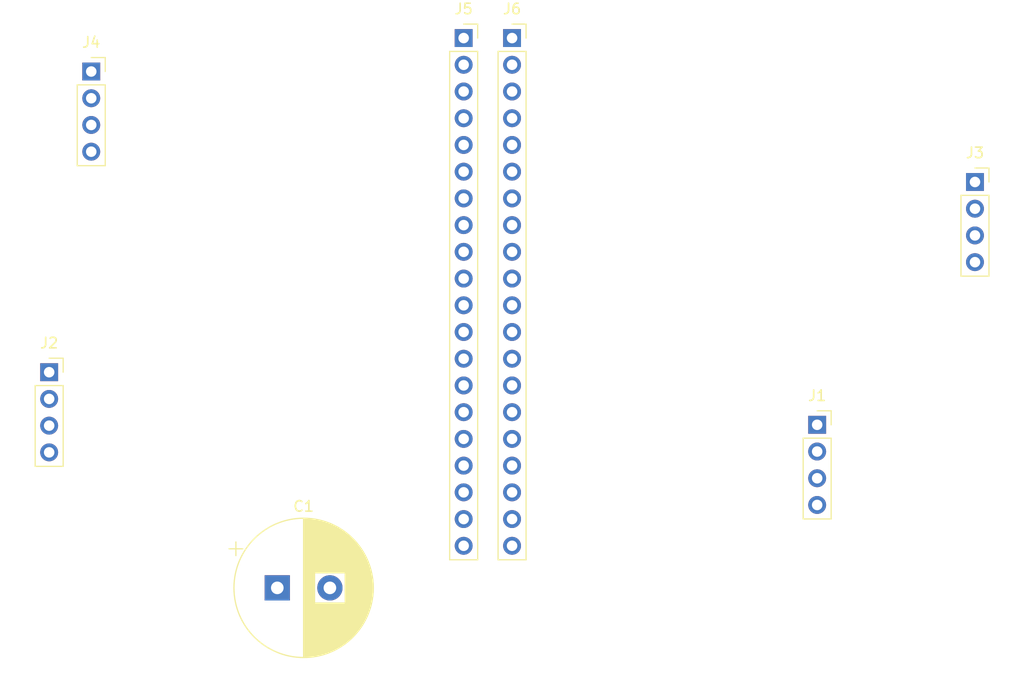
<source format=kicad_pcb>
(kicad_pcb (version 20240108) (generator "pcbnew") (generator_version "8.0")
  (layers (0 "F.Cu" signal) (31 "B.Cu" signal) (34 "B.Paste" user) (35 "F.Paste" user) (36 "B.SilkS" user "B.Silkscreen") (37 "F.SilkS" user "F.Silkscreen") (38 "B.Mask" user) (39 "F.Mask" user) (44 "Edge.Cuts" user))
  (net 0 "")
  (net 1 "+3.3V")
  (net 2 "GND")
  (net 3 "Net-(J1-Pin_2)")
  (net 4 "Net-(J1-Pin_3)")
  (net 5 "VDD")
  (net 6 "Net-(J2-Pin_2)")
  (net 7 "Net-(J3-Pin_2)")
  (net 8 "Net-(J4-Pin_2)")
  (footprint "Connector_PinSocket_2.54mm:PinSocket_1x20_P2.54mm_Vertical" (layer "F.Cu") (at 94.4 115.74)
    (property "Reference" "J5" (at 0 -2.77 0) (layer "F.SilkS"))
    (property "Value" "Conn_01x20")
    (fp_line (start -1.33 1.27) (end -1.33 49.59) (stroke (width 0.12)) (layer "F.SilkS"))
    (fp_line (start -1.33 1.27) (end 1.33 1.27) (stroke (width 0.12)) (layer "F.SilkS"))
    (fp_line (start -1.33 49.59) (end 1.33 49.59) (stroke (width 0.12)) (layer "F.SilkS"))
    (fp_line (start 0 -1.33) (end 1.33 -1.33) (stroke (width 0.12)) (layer "F.SilkS"))
    (fp_line (start 1.33 -1.33) (end 1.33 0) (stroke (width 0.12)) (layer "F.SilkS"))
    (fp_line (start 1.33 1.27) (end 1.33 49.59) (stroke (width 0.12)) (layer "F.SilkS"))
    (pad "1" thru_hole rect (at 0 0) (size 1.7 1.7) (drill 1) (layers "*.Cu" "*.Mask") (net 2 "GND"))
    (pad "2" thru_hole oval (at 0 2.54) (size 1.7 1.7) (drill 1) (layers "*.Cu" "*.Mask"))
    (pad "3" thru_hole oval (at 0 5.08) (size 1.7 1.7) (drill 1) (layers "*.Cu" "*.Mask"))
    (pad "4" thru_hole oval (at 0 7.62) (size 1.7 1.7) (drill 1) (layers "*.Cu" "*.Mask"))
    (pad "5" thru_hole oval (at 0 10.16) (size 1.7 1.7) (drill 1) (layers "*.Cu" "*.Mask"))
    (pad "6" thru_hole oval (at 0 12.7) (size 1.7 1.7) (drill 1) (layers "*.Cu" "*.Mask"))
    (pad "7" thru_hole oval (at 0 15.24) (size 1.7 1.7) (drill 1) (layers "*.Cu" "*.Mask"))
    (pad "8" thru_hole oval (at 0 17.78) (size 1.7 1.7) (drill 1) (layers "*.Cu" "*.Mask"))
    (pad "9" thru_hole oval (at 0 20.32) (size 1.7 1.7) (drill 1) (layers "*.Cu" "*.Mask"))
    (pad "10" thru_hole oval (at 0 22.86) (size 1.7 1.7) (drill 1) (layers "*.Cu" "*.Mask") (net 4 "Net-(J1-Pin_3)"))
    (pad "11" thru_hole oval (at 0 25.4) (size 1.7 1.7) (drill 1) (layers "*.Cu" "*.Mask") (net 7 "Net-(J3-Pin_2)"))
    (pad "12" thru_hole oval (at 0 27.94) (size 1.7 1.7) (drill 1) (layers "*.Cu" "*.Mask"))
    (pad "13" thru_hole oval (at 0 30.48) (size 1.7 1.7) (drill 1) (layers "*.Cu" "*.Mask"))
    (pad "14" thru_hole oval (at 0 33.02) (size 1.7 1.7) (drill 1) (layers "*.Cu" "*.Mask"))
    (pad "15" thru_hole oval (at 0 35.56) (size 1.7 1.7) (drill 1) (layers "*.Cu" "*.Mask"))
    (pad "16" thru_hole oval (at 0 38.1) (size 1.7 1.7) (drill 1) (layers "*.Cu" "*.Mask"))
    (pad "17" thru_hole oval (at 0 40.64) (size 1.7 1.7) (drill 1) (layers "*.Cu" "*.Mask"))
    (pad "18" thru_hole oval (at 0 43.18) (size 1.7 1.7) (drill 1) (layers "*.Cu" "*.Mask"))
    (pad "19" thru_hole oval (at 0 45.72) (size 1.7 1.7) (drill 1) (layers "*.Cu" "*.Mask") (net 1 "+3.3V"))
    (pad "20" thru_hole oval (at 0 48.26) (size 1.7 1.7) (drill 1) (layers "*.Cu" "*.Mask"))
  )
  (footprint "Connector_PinSocket_2.54mm:PinSocket_1x04_P2.54mm_Vertical" (layer "F.Cu") (at 143 129.42)
    (property "Reference" "J3" (at 0 -2.77 0) (layer "F.SilkS"))
    (property "Value" "Conn_01x04")
    (fp_line (start -1.33 1.27) (end -1.33 8.95) (stroke (width 0.12)) (layer "F.SilkS"))
    (fp_line (start -1.33 1.27) (end 1.33 1.27) (stroke (width 0.12)) (layer "F.SilkS"))
    (fp_line (start -1.33 8.95) (end 1.33 8.95) (stroke (width 0.12)) (layer "F.SilkS"))
    (fp_line (start 0 -1.33) (end 1.33 -1.33) (stroke (width 0.12)) (layer "F.SilkS"))
    (fp_line (start 1.33 -1.33) (end 1.33 0) (stroke (width 0.12)) (layer "F.SilkS"))
    (fp_line (start 1.33 1.27) (end 1.33 8.95) (stroke (width 0.12)) (layer "F.SilkS"))
    (pad "1" thru_hole rect (at 0 0) (size 1.7 1.7) (drill 1) (layers "*.Cu" "*.Mask") (net 2 "GND"))
    (pad "2" thru_hole oval (at 0 2.54) (size 1.7 1.7) (drill 1) (layers "*.Cu" "*.Mask") (net 7 "Net-(J3-Pin_2)"))
    (pad "3" thru_hole oval (at 0 5.08) (size 1.7 1.7) (drill 1) (layers "*.Cu" "*.Mask") (net 4 "Net-(J1-Pin_3)"))
    (pad "4" thru_hole oval (at 0 7.62) (size 1.7 1.7) (drill 1) (layers "*.Cu" "*.Mask") (net 5 "VDD"))
  )
  (footprint "Capacitor_THT:CP_Radial_D13.0mm_P5.00mm" (layer "F.Cu") (at 76.684785 168)
    (property "Reference" "C1" (at 2.5 -7.75 0) (layer "F.SilkS"))
    (property "Value" "C")
    (fp_line (start -4.584569 -3.715) (end -3.284569 -3.715) (stroke (width 0.12)) (layer "F.SilkS"))
    (fp_line (start -3.934569 -4.365) (end -3.934569 -3.065) (stroke (width 0.12)) (layer "F.SilkS"))
    (fp_line (start 2.5 -6.58) (end 2.5 6.58) (stroke (width 0.12)) (layer "F.SilkS"))
    (fp_line (start 2.54 -6.58) (end 2.54 6.58) (stroke (width 0.12)) (layer "F.SilkS"))
    (fp_line (start 2.58 -6.58) (end 2.58 6.58) (stroke (width 0.12)) (layer "F.SilkS"))
    (fp_line (start 2.62 -6.579) (end 2.62 6.579) (stroke (width 0.12)) (layer "F.SilkS"))
    (fp_line (start 2.66 -6.579) (end 2.66 6.579) (stroke (width 0.12)) (layer "F.SilkS"))
    (fp_line (start 2.7 -6.577) (end 2.7 6.577) (stroke (width 0.12)) (layer "F.SilkS"))
    (fp_line (start 2.74 -6.576) (end 2.74 6.576) (stroke (width 0.12)) (layer "F.SilkS"))
    (fp_line (start 2.78 -6.575) (end 2.78 6.575) (stroke (width 0.12)) (layer "F.SilkS"))
    (fp_line (start 2.82 -6.573) (end 2.82 6.573) (stroke (width 0.12)) (layer "F.SilkS"))
    (fp_line (start 2.86 -6.571) (end 2.86 6.571) (stroke (width 0.12)) (layer "F.SilkS"))
    (fp_line (start 2.9 -6.568) (end 2.9 6.568) (stroke (width 0.12)) (layer "F.SilkS"))
    (fp_line (start 2.94 -6.566) (end 2.94 6.566) (stroke (width 0.12)) (layer "F.SilkS"))
    (fp_line (start 2.98 -6.563) (end 2.98 6.563) (stroke (width 0.12)) (layer "F.SilkS"))
    (fp_line (start 3.02 -6.56) (end 3.02 6.56) (stroke (width 0.12)) (layer "F.SilkS"))
    (fp_line (start 3.06 -6.557) (end 3.06 6.557) (stroke (width 0.12)) (layer "F.SilkS"))
    (fp_line (start 3.1 -6.553) (end 3.1 6.553) (stroke (width 0.12)) (layer "F.SilkS"))
    (fp_line (start 3.14 -6.549) (end 3.14 6.549) (stroke (width 0.12)) (layer "F.SilkS"))
    (fp_line (start 3.18 -6.545) (end 3.18 6.545) (stroke (width 0.12)) (layer "F.SilkS"))
    (fp_line (start 3.221 -6.541) (end 3.221 6.541) (stroke (width 0.12)) (layer "F.SilkS"))
    (fp_line (start 3.261 -6.537) (end 3.261 6.537) (stroke (width 0.12)) (layer "F.SilkS"))
    (fp_line (start 3.301 -6.532) (end 3.301 6.532) (stroke (width 0.12)) (layer "F.SilkS"))
    (fp_line (start 3.341 -6.527) (end 3.341 6.527) (stroke (width 0.12)) (layer "F.SilkS"))
    (fp_line (start 3.381 -6.522) (end 3.381 6.522) (stroke (width 0.12)) (layer "F.SilkS"))
    (fp_line (start 3.421 -6.516) (end 3.421 6.516) (stroke (width 0.12)) (layer "F.SilkS"))
    (fp_line (start 3.461 -6.511) (end 3.461 6.511) (stroke (width 0.12)) (layer "F.SilkS"))
    (fp_line (start 3.501 -6.505) (end 3.501 6.505) (stroke (width 0.12)) (layer "F.SilkS"))
    (fp_line (start 3.541 -6.498) (end 3.541 6.498) (stroke (width 0.12)) (layer "F.SilkS"))
    (fp_line (start 3.581 -6.492) (end 3.581 -1.44) (stroke (width 0.12)) (layer "F.SilkS"))
    (fp_line (start 3.581 1.44) (end 3.581 6.492) (stroke (width 0.12)) (layer "F.SilkS"))
    (fp_line (start 3.621 -6.485) (end 3.621 -1.44) (stroke (width 0.12)) (layer "F.SilkS"))
    (fp_line (start 3.621 1.44) (end 3.621 6.485) (stroke (width 0.12)) (layer "F.SilkS"))
    (fp_line (start 3.661 -6.478) (end 3.661 -1.44) (stroke (width 0.12)) (layer "F.SilkS"))
    (fp_line (start 3.661 1.44) (end 3.661 6.478) (stroke (width 0.12)) (layer "F.SilkS"))
    (fp_line (start 3.701 -6.471) (end 3.701 -1.44) (stroke (width 0.12)) (layer "F.SilkS"))
    (fp_line (start 3.701 1.44) (end 3.701 6.471) (stroke (width 0.12)) (layer "F.SilkS"))
    (fp_line (start 3.741 -6.463) (end 3.741 -1.44) (stroke (width 0.12)) (layer "F.SilkS"))
    (fp_line (start 3.741 1.44) (end 3.741 6.463) (stroke (width 0.12)) (layer "F.SilkS"))
    (fp_line (start 3.781 -6.456) (end 3.781 -1.44) (stroke (width 0.12)) (layer "F.SilkS"))
    (fp_line (start 3.781 1.44) (end 3.781 6.456) (stroke (width 0.12)) (layer "F.SilkS"))
    (fp_line (start 3.821 -6.448) (end 3.821 -1.44) (stroke (width 0.12)) (layer "F.SilkS"))
    (fp_line (start 3.821 1.44) (end 3.821 6.448) (stroke (width 0.12)) (layer "F.SilkS"))
    (fp_line (start 3.861 -6.439) (end 3.861 -1.44) (stroke (width 0.12)) (layer "F.SilkS"))
    (fp_line (start 3.861 1.44) (end 3.861 6.439) (stroke (width 0.12)) (layer "F.SilkS"))
    (fp_line (start 3.901 -6.431) (end 3.901 -1.44) (stroke (width 0.12)) (layer "F.SilkS"))
    (fp_line (start 3.901 1.44) (end 3.901 6.431) (stroke (width 0.12)) (layer "F.SilkS"))
    (fp_line (start 3.941 -6.422) (end 3.941 -1.44) (stroke (width 0.12)) (layer "F.SilkS"))
    (fp_line (start 3.941 1.44) (end 3.941 6.422) (stroke (width 0.12)) (layer "F.SilkS"))
    (fp_line (start 3.981 -6.413) (end 3.981 -1.44) (stroke (width 0.12)) (layer "F.SilkS"))
    (fp_line (start 3.981 1.44) (end 3.981 6.413) (stroke (width 0.12)) (layer "F.SilkS"))
    (fp_line (start 4.021 -6.404) (end 4.021 -1.44) (stroke (width 0.12)) (layer "F.SilkS"))
    (fp_line (start 4.021 1.44) (end 4.021 6.404) (stroke (width 0.12)) (layer "F.SilkS"))
    (fp_line (start 4.061 -6.394) (end 4.061 -1.44) (stroke (width 0.12)) (layer "F.SilkS"))
    (fp_line (start 4.061 1.44) (end 4.061 6.394) (stroke (width 0.12)) (layer "F.SilkS"))
    (fp_line (start 4.101 -6.384) (end 4.101 -1.44) (stroke (width 0.12)) (layer "F.SilkS"))
    (fp_line (start 4.101 1.44) (end 4.101 6.384) (stroke (width 0.12)) (layer "F.SilkS"))
    (fp_line (start 4.141 -6.374) (end 4.141 -1.44) (stroke (width 0.12)) (layer "F.SilkS"))
    (fp_line (start 4.141 1.44) (end 4.141 6.374) (stroke (width 0.12)) (layer "F.SilkS"))
    (fp_line (start 4.181 -6.364) (end 4.181 -1.44) (stroke (width 0.12)) (layer "F.SilkS"))
    (fp_line (start 4.181 1.44) (end 4.181 6.364) (stroke (width 0.12)) (layer "F.SilkS"))
    (fp_line (start 4.221 -6.353) (end 4.221 -1.44) (stroke (width 0.12)) (layer "F.SilkS"))
    (fp_line (start 4.221 1.44) (end 4.221 6.353) (stroke (width 0.12)) (layer "F.SilkS"))
    (fp_line (start 4.261 -6.342) (end 4.261 -1.44) (stroke (width 0.12)) (layer "F.SilkS"))
    (fp_line (start 4.261 1.44) (end 4.261 6.342) (stroke (width 0.12)) (layer "F.SilkS"))
    (fp_line (start 4.301 -6.331) (end 4.301 -1.44) (stroke (width 0.12)) (layer "F.SilkS"))
    (fp_line (start 4.301 1.44) (end 4.301 6.331) (stroke (width 0.12)) (layer "F.SilkS"))
    (fp_line (start 4.341 -6.32) (end 4.341 -1.44) (stroke (width 0.12)) (layer "F.SilkS"))
    (fp_line (start 4.341 1.44) (end 4.341 6.32) (stroke (width 0.12)) (layer "F.SilkS"))
    (fp_line (start 4.381 -6.308) (end 4.381 -1.44) (stroke (width 0.12)) (layer "F.SilkS"))
    (fp_line (start 4.381 1.44) (end 4.381 6.308) (stroke (width 0.12)) (layer "F.SilkS"))
    (fp_line (start 4.421 -6.296) (end 4.421 -1.44) (stroke (width 0.12)) (layer "F.SilkS"))
    (fp_line (start 4.421 1.44) (end 4.421 6.296) (stroke (width 0.12)) (layer "F.SilkS"))
    (fp_line (start 4.461 -6.284) (end 4.461 -1.44) (stroke (width 0.12)) (layer "F.SilkS"))
    (fp_line (start 4.461 1.44) (end 4.461 6.284) (stroke (width 0.12)) (layer "F.SilkS"))
    (fp_line (start 4.501 -6.271) (end 4.501 -1.44) (stroke (width 0.12)) (layer "F.SilkS"))
    (fp_line (start 4.501 1.44) (end 4.501 6.271) (stroke (width 0.12)) (layer "F.SilkS"))
    (fp_line (start 4.541 -6.258) (end 4.541 -1.44) (stroke (width 0.12)) (layer "F.SilkS"))
    (fp_line (start 4.541 1.44) (end 4.541 6.258) (stroke (width 0.12)) (layer "F.SilkS"))
    (fp_line (start 4.581 -6.245) (end 4.581 -1.44) (stroke (width 0.12)) (layer "F.SilkS"))
    (fp_line (start 4.581 1.44) (end 4.581 6.245) (stroke (width 0.12)) (layer "F.SilkS"))
    (fp_line (start 4.621 -6.232) (end 4.621 -1.44) (stroke (width 0.12)) (layer "F.SilkS"))
    (fp_line (start 4.621 1.44) (end 4.621 6.232) (stroke (width 0.12)) (layer "F.SilkS"))
    (fp_line (start 4.661 -6.218) (end 4.661 -1.44) (stroke (width 0.12)) (layer "F.SilkS"))
    (fp_line (start 4.661 1.44) (end 4.661 6.218) (stroke (width 0.12)) (layer "F.SilkS"))
    (fp_line (start 4.701 -6.204) (end 4.701 -1.44) (stroke (width 0.12)) (layer "F.SilkS"))
    (fp_line (start 4.701 1.44) (end 4.701 6.204) (stroke (width 0.12)) (layer "F.SilkS"))
    (fp_line (start 4.741 -6.19) (end 4.741 -1.44) (stroke (width 0.12)) (layer "F.SilkS"))
    (fp_line (start 4.741 1.44) (end 4.741 6.19) (stroke (width 0.12)) (layer "F.SilkS"))
    (fp_line (start 4.781 -6.175) (end 4.781 -1.44) (stroke (width 0.12)) (layer "F.SilkS"))
    (fp_line (start 4.781 1.44) (end 4.781 6.175) (stroke (width 0.12)) (layer "F.SilkS"))
    (fp_line (start 4.821 -6.161) (end 4.821 -1.44) (stroke (width 0.12)) (layer "F.SilkS"))
    (fp_line (start 4.821 1.44) (end 4.821 6.161) (stroke (width 0.12)) (layer "F.SilkS"))
    (fp_line (start 4.861 -6.146) (end 4.861 -1.44) (stroke (width 0.12)) (layer "F.SilkS"))
    (fp_line (start 4.861 1.44) (end 4.861 6.146) (stroke (width 0.12)) (layer "F.SilkS"))
    (fp_line (start 4.901 -6.13) (end 4.901 -1.44) (stroke (width 0.12)) (layer "F.SilkS"))
    (fp_line (start 4.901 1.44) (end 4.901 6.13) (stroke (width 0.12)) (layer "F.SilkS"))
    (fp_line (start 4.941 -6.114) (end 4.941 -1.44) (stroke (width 0.12)) (layer "F.SilkS"))
    (fp_line (start 4.941 1.44) (end 4.941 6.114) (stroke (width 0.12)) (layer "F.SilkS"))
    (fp_line (start 4.981 -6.098) (end 4.981 -1.44) (stroke (width 0.12)) (layer "F.SilkS"))
    (fp_line (start 4.981 1.44) (end 4.981 6.098) (stroke (width 0.12)) (layer "F.SilkS"))
    (fp_line (start 5.021 -6.082) (end 5.021 -1.44) (stroke (width 0.12)) (layer "F.SilkS"))
    (fp_line (start 5.021 1.44) (end 5.021 6.082) (stroke (width 0.12)) (layer "F.SilkS"))
    (fp_line (start 5.061 -6.065) (end 5.061 -1.44) (stroke (width 0.12)) (layer "F.SilkS"))
    (fp_line (start 5.061 1.44) (end 5.061 6.065) (stroke (width 0.12)) (layer "F.SilkS"))
    (fp_line (start 5.101 -6.049) (end 5.101 -1.44) (stroke (width 0.12)) (layer "F.SilkS"))
    (fp_line (start 5.101 1.44) (end 5.101 6.049) (stroke (width 0.12)) (layer "F.SilkS"))
    (fp_line (start 5.141 -6.031) (end 5.141 -1.44) (stroke (width 0.12)) (layer "F.SilkS"))
    (fp_line (start 5.141 1.44) (end 5.141 6.031) (stroke (width 0.12)) (layer "F.SilkS"))
    (fp_line (start 5.181 -6.014) (end 5.181 -1.44) (stroke (width 0.12)) (layer "F.SilkS"))
    (fp_line (start 5.181 1.44) (end 5.181 6.014) (stroke (width 0.12)) (layer "F.SilkS"))
    (fp_line (start 5.221 -5.996) (end 5.221 -1.44) (stroke (width 0.12)) (layer "F.SilkS"))
    (fp_line (start 5.221 1.44) (end 5.221 5.996) (stroke (width 0.12)) (layer "F.SilkS"))
    (fp_line (start 5.261 -5.978) (end 5.261 -1.44) (stroke (width 0.12)) (layer "F.SilkS"))
    (fp_line (start 5.261 1.44) (end 5.261 5.978) (stroke (width 0.12)) (layer "F.SilkS"))
    (fp_line (start 5.301 -5.959) (end 5.301 -1.44) (stroke (width 0.12)) (layer "F.SilkS"))
    (fp_line (start 5.301 1.44) (end 5.301 5.959) (stroke (width 0.12)) (layer "F.SilkS"))
    (fp_line (start 5.341 -5.94) (end 5.341 -1.44) (stroke (width 0.12)) (layer "F.SilkS"))
    (fp_line (start 5.341 1.44) (end 5.341 5.94) (stroke (width 0.12)) (layer "F.SilkS"))
    (fp_line (start 5.381 -5.921) (end 5.381 -1.44) (stroke (width 0.12)) (layer "F.SilkS"))
    (fp_line (start 5.381 1.44) (end 5.381 5.921) (stroke (width 0.12)) (layer "F.SilkS"))
    (fp_line (start 5.421 -5.902) (end 5.421 -1.44) (stroke (width 0.12)) (layer "F.SilkS"))
    (fp_line (start 5.421 1.44) (end 5.421 5.902) (stroke (width 0.12)) (layer "F.SilkS"))
    (fp_line (start 5.461 -5.882) (end 5.461 -1.44) (stroke (width 0.12)) (layer "F.SilkS"))
    (fp_line (start 5.461 1.44) (end 5.461 5.882) (stroke (width 0.12)) (layer "F.SilkS"))
    (fp_line (start 5.501 -5.862) (end 5.501 -1.44) (stroke (width 0.12)) (layer "F.SilkS"))
    (fp_line (start 5.501 1.44) (end 5.501 5.862) (stroke (width 0.12)) (layer "F.SilkS"))
    (fp_line (start 5.541 -5.841) (end 5.541 -1.44) (stroke (width 0.12)) (layer "F.SilkS"))
    (fp_line (start 5.541 1.44) (end 5.541 5.841) (stroke (width 0.12)) (layer "F.SilkS"))
    (fp_line (start 5.581 -5.82) (end 5.581 -1.44) (stroke (width 0.12)) (layer "F.SilkS"))
    (fp_line (start 5.581 1.44) (end 5.581 5.82) (stroke (width 0.12)) (layer "F.SilkS"))
    (fp_line (start 5.621 -5.799) (end 5.621 -1.44) (stroke (width 0.12)) (layer "F.SilkS"))
    (fp_line (start 5.621 1.44) (end 5.621 5.799) (stroke (width 0.12)) (layer "F.SilkS"))
    (fp_line (start 5.661 -5.778) (end 5.661 -1.44) (stroke (width 0.12)) (layer "F.SilkS"))
    (fp_line (start 5.661 1.44) (end 5.661 5.778) (stroke (width 0.12)) (layer "F.SilkS"))
    (fp_line (start 5.701 -5.756) (end 5.701 -1.44) (stroke (width 0.12)) (layer "F.SilkS"))
    (fp_line (start 5.701 1.44) (end 5.701 5.756) (stroke (width 0.12)) (layer "F.SilkS"))
    (fp_line (start 5.741 -5.733) (end 5.741 -1.44) (stroke (width 0.12)) (layer "F.SilkS"))
    (fp_line (start 5.741 1.44) (end 5.741 5.733) (stroke (width 0.12)) (layer "F.SilkS"))
    (fp_line (start 5.781 -5.711) (end 5.781 -1.44) (stroke (width 0.12)) (layer "F.SilkS"))
    (fp_line (start 5.781 1.44) (end 5.781 5.711) (stroke (width 0.12)) (layer "F.SilkS"))
    (fp_line (start 5.821 -5.688) (end 5.821 -1.44) (stroke (width 0.12)) (layer "F.SilkS"))
    (fp_line (start 5.821 1.44) (end 5.821 5.688) (stroke (width 0.12)) (layer "F.SilkS"))
    (fp_line (start 5.861 -5.664) (end 5.861 -1.44) (stroke (width 0.12)) (layer "F.SilkS"))
    (fp_line (start 5.861 1.44) (end 5.861 5.664) (stroke (width 0.12)) (layer "F.SilkS"))
    (fp_line (start 5.901 -5.641) (end 5.901 -1.44) (stroke (width 0.12)) (layer "F.SilkS"))
    (fp_line (start 5.901 1.44) (end 5.901 5.641) (stroke (width 0.12)) (layer "F.SilkS"))
    (fp_line (start 5.941 -5.617) (end 5.941 -1.44) (stroke (width 0.12)) (layer "F.SilkS"))
    (fp_line (start 5.941 1.44) (end 5.941 5.617) (stroke (width 0.12)) (layer "F.SilkS"))
    (fp_line (start 5.981 -5.592) (end 5.981 -1.44) (stroke (width 0.12)) (layer "F.SilkS"))
    (fp_line (start 5.981 1.44) (end 5.981 5.592) (stroke (width 0.12)) (layer "F.SilkS"))
    (fp_line (start 6.021 -5.567) (end 6.021 -1.44) (stroke (width 0.12)) (layer "F.SilkS"))
    (fp_line (start 6.021 1.44) (end 6.021 5.567) (stroke (width 0.12)) (layer "F.SilkS"))
    (fp_line (start 6.061 -5.542) (end 6.061 -1.44) (stroke (width 0.12)) (layer "F.SilkS"))
    (fp_line (start 6.061 1.44) (end 6.061 5.542) (stroke (width 0.12)) (layer "F.SilkS"))
    (fp_line (start 6.101 -5.516) (end 6.101 -1.44) (stroke (width 0.12)) (layer "F.SilkS"))
    (fp_line (start 6.101 1.44) (end 6.101 5.516) (stroke (width 0.12)) (layer "F.SilkS"))
    (fp_line (start 6.141 -5.49) (end 6.141 -1.44) (stroke (width 0.12)) (layer "F.SilkS"))
    (fp_line (start 6.141 1.44) (end 6.141 5.49) (stroke (width 0.12)) (layer "F.SilkS"))
    (fp_line (start 6.181 -5.463) (end 6.181 -1.44) (stroke (width 0.12)) (layer "F.SilkS"))
    (fp_line (start 6.181 1.44) (end 6.181 5.463) (stroke (width 0.12)) (layer "F.SilkS"))
    (fp_line (start 6.221 -5.436) (end 6.221 -1.44) (stroke (width 0.12)) (layer "F.SilkS"))
    (fp_line (start 6.221 1.44) (end 6.221 5.436) (stroke (width 0.12)) (layer "F.SilkS"))
    (fp_line (start 6.261 -5.409) (end 6.261 -1.44) (stroke (width 0.12)) (layer "F.SilkS"))
    (fp_line (start 6.261 1.44) (end 6.261 5.409) (stroke (width 0.12)) (layer "F.SilkS"))
    (fp_line (start 6.301 -5.381) (end 6.301 -1.44) (stroke (width 0.12)) (layer "F.SilkS"))
    (fp_line (start 6.301 1.44) (end 6.301 5.381) (stroke (width 0.12)) (layer "F.SilkS"))
    (fp_line (start 6.341 -5.353) (end 6.341 -1.44) (stroke (width 0.12)) (layer "F.SilkS"))
    (fp_line (start 6.341 1.44) (end 6.341 5.353) (stroke (width 0.12)) (layer "F.SilkS"))
    (fp_line (start 6.381 -5.324) (end 6.381 -1.44) (stroke (width 0.12)) (layer "F.SilkS"))
    (fp_line (start 6.381 1.44) (end 6.381 5.324) (stroke (width 0.12)) (layer "F.SilkS"))
    (fp_line (start 6.421 -5.295) (end 6.421 -1.44) (stroke (width 0.12)) (layer "F.SilkS"))
    (fp_line (start 6.421 1.44) (end 6.421 5.295) (stroke (width 0.12)) (layer "F.SilkS"))
    (fp_line (start 6.461 -5.265) (end 6.461 5.265) (stroke (width 0.12)) (layer "F.SilkS"))
    (fp_line (start 6.501 -5.235) (end 6.501 5.235) (stroke (width 0.12)) (layer "F.SilkS"))
    (fp_line (start 6.541 -5.205) (end 6.541 5.205) (stroke (width 0.12)) (layer "F.SilkS"))
    (fp_line (start 6.581 -5.174) (end 6.581 5.174) (stroke (width 0.12)) (layer "F.SilkS"))
    (fp_line (start 6.621 -5.142) (end 6.621 5.142) (stroke (width 0.12)) (layer "F.SilkS"))
    (fp_line (start 6.661 -5.11) (end 6.661 5.11) (stroke (width 0.12)) (layer "F.SilkS"))
    (fp_line (start 6.701 -5.078) (end 6.701 5.078) (stroke (width 0.12)) (layer "F.SilkS"))
    (fp_line (start 6.741 -5.044) (end 6.741 5.044) (stroke (width 0.12)) (layer "F.SilkS"))
    (fp_line (start 6.781 -5.011) (end 6.781 5.011) (stroke (width 0.12)) (layer "F.SilkS"))
    (fp_line (start 6.821 -4.977) (end 6.821 4.977) (stroke (width 0.12)) (layer "F.SilkS"))
    (fp_line (start 6.861 -4.942) (end 6.861 4.942) (stroke (width 0.12)) (layer "F.SilkS"))
    (fp_line (start 6.901 -4.907) (end 6.901 4.907) (stroke (width 0.12)) (layer "F.SilkS"))
    (fp_line (start 6.941 -4.871) (end 6.941 4.871) (stroke (width 0.12)) (layer "F.SilkS"))
    (fp_line (start 6.981 -4.834) (end 6.981 4.834) (stroke (width 0.12)) (layer "F.SilkS"))
    (fp_line (start 7.021 -4.797) (end 7.021 4.797) (stroke (width 0.12)) (layer "F.SilkS"))
    (fp_line (start 7.061 -4.76) (end 7.061 4.76) (stroke (width 0.12)) (layer "F.SilkS"))
    (fp_line (start 7.101 -4.721) (end 7.101 4.721) (stroke (width 0.12)) (layer "F.SilkS"))
    (fp_line (start 7.141 -4.682) (end 7.141 4.682) (stroke (width 0.12)) (layer "F.SilkS"))
    (fp_line (start 7.181 -4.643) (end 7.181 4.643) (stroke (width 0.12)) (layer "F.SilkS"))
    (fp_line (start 7.221 -4.602) (end 7.221 4.602) (stroke (width 0.12)) (layer "F.SilkS"))
    (fp_line (start 7.261 -4.561) (end 7.261 4.561) (stroke (width 0.12)) (layer "F.SilkS"))
    (fp_line (start 7.301 -4.519) (end 7.301 4.519) (stroke (width 0.12)) (layer "F.SilkS"))
    (fp_line (start 7.341 -4.477) (end 7.341 4.477) (stroke (width 0.12)) (layer "F.SilkS"))
    (fp_line (start 7.381 -4.434) (end 7.381 4.434) (stroke (width 0.12)) (layer "F.SilkS"))
    (fp_line (start 7.421 -4.39) (end 7.421 4.39) (stroke (width 0.12)) (layer "F.SilkS"))
    (fp_line (start 7.461 -4.345) (end 7.461 4.345) (stroke (width 0.12)) (layer "F.SilkS"))
    (fp_line (start 7.501 -4.299) (end 7.501 4.299) (stroke (width 0.12)) (layer "F.SilkS"))
    (fp_line (start 7.541 -4.253) (end 7.541 4.253) (stroke (width 0.12)) (layer "F.SilkS"))
    (fp_line (start 7.581 -4.205) (end 7.581 4.205) (stroke (width 0.12)) (layer "F.SilkS"))
    (fp_line (start 7.621 -4.157) (end 7.621 4.157) (stroke (width 0.12)) (layer "F.SilkS"))
    (fp_line (start 7.661 -4.108) (end 7.661 4.108) (stroke (width 0.12)) (layer "F.SilkS"))
    (fp_line (start 7.701 -4.057) (end 7.701 4.057) (stroke (width 0.12)) (layer "F.SilkS"))
    (fp_line (start 7.741 -4.006) (end 7.741 4.006) (stroke (width 0.12)) (layer "F.SilkS"))
    (fp_line (start 7.781 -3.954) (end 7.781 3.954) (stroke (width 0.12)) (layer "F.SilkS"))
    (fp_line (start 7.821 -3.9) (end 7.821 3.9) (stroke (width 0.12)) (layer "F.SilkS"))
    (fp_line (start 7.861 -3.846) (end 7.861 3.846) (stroke (width 0.12)) (layer "F.SilkS"))
    (fp_line (start 7.901 -3.79) (end 7.901 3.79) (stroke (width 0.12)) (layer "F.SilkS"))
    (fp_line (start 7.941 -3.733) (end 7.941 3.733) (stroke (width 0.12)) (layer "F.SilkS"))
    (fp_line (start 7.981 -3.675) (end 7.981 3.675) (stroke (width 0.12)) (layer "F.SilkS"))
    (fp_line (start 8.021 -3.615) (end 8.021 3.615) (stroke (width 0.12)) (layer "F.SilkS"))
    (fp_line (start 8.061 -3.554) (end 8.061 3.554) (stroke (width 0.12)) (layer "F.SilkS"))
    (fp_line (start 8.101 -3.491) (end 8.101 3.491) (stroke (width 0.12)) (layer "F.SilkS"))
    (fp_line (start 8.141 -3.427) (end 8.141 3.427) (stroke (width 0.12)) (layer "F.SilkS"))
    (fp_line (start 8.181 -3.361) (end 8.181 3.361) (stroke (width 0.12)) (layer "F.SilkS"))
    (fp_line (start 8.221 -3.293) (end 8.221 3.293) (stroke (width 0.12)) (layer "F.SilkS"))
    (fp_line (start 8.261 -3.223) (end 8.261 3.223) (stroke (width 0.12)) (layer "F.SilkS"))
    (fp_line (start 8.301 -3.152) (end 8.301 3.152) (stroke (width 0.12)) (layer "F.SilkS"))
    (fp_line (start 8.341 -3.078) (end 8.341 3.078) (stroke (width 0.12)) (layer "F.SilkS"))
    (fp_line (start 8.381 -3.002) (end 8.381 3.002) (stroke (width 0.12)) (layer "F.SilkS"))
    (fp_line (start 8.421 -2.923) (end 8.421 2.923) (stroke (width 0.12)) (layer "F.SilkS"))
    (fp_line (start 8.461 -2.842) (end 8.461 2.842) (stroke (width 0.12)) (layer "F.SilkS"))
    (fp_line (start 8.501 -2.758) (end 8.501 2.758) (stroke (width 0.12)) (layer "F.SilkS"))
    (fp_line (start 8.541 -2.67) (end 8.541 2.67) (stroke (width 0.12)) (layer "F.SilkS"))
    (fp_line (start 8.581 -2.579) (end 8.581 2.579) (stroke (width 0.12)) (layer "F.SilkS"))
    (fp_line (start 8.621 -2.484) (end 8.621 2.484) (stroke (width 0.12)) (layer "F.SilkS"))
    (fp_line (start 8.661 -2.385) (end 8.661 2.385) (stroke (width 0.12)) (layer "F.SilkS"))
    (fp_line (start 8.701 -2.281) (end 8.701 2.281) (stroke (width 0.12)) (layer "F.SilkS"))
    (fp_line (start 8.741 -2.171) (end 8.741 2.171) (stroke (width 0.12)) (layer "F.SilkS"))
    (fp_line (start 8.781 -2.055) (end 8.781 2.055) (stroke (width 0.12)) (layer "F.SilkS"))
    (fp_line (start 8.821 -1.931) (end 8.821 1.931) (stroke (width 0.12)) (layer "F.SilkS"))
    (fp_line (start 8.861 -1.798) (end 8.861 1.798) (stroke (width 0.12)) (layer "F.SilkS"))
    (fp_line (start 8.901 -1.653) (end 8.901 1.653) (stroke (width 0.12)) (layer "F.SilkS"))
    (fp_line (start 8.941 -1.494) (end 8.941 1.494) (stroke (width 0.12)) (layer "F.SilkS"))
    (fp_line (start 8.981 -1.315) (end 8.981 1.315) (stroke (width 0.12)) (layer "F.SilkS"))
    (fp_line (start 9.021 -1.107) (end 9.021 1.107) (stroke (width 0.12)) (layer "F.SilkS"))
    (fp_line (start 9.061 -0.85) (end 9.061 0.85) (stroke (width 0.12)) (layer "F.SilkS"))
    (fp_line (start 9.101 -0.475) (end 9.101 0.475) (stroke (width 0.12)) (layer "F.SilkS"))
    (fp_circle (center 2.5 0) (end 9.12 0) (stroke (width 0.12)) (fill none) (layer "F.SilkS"))
    (pad "1" thru_hole rect (at 0 0) (size 2.4 2.4) (drill 1.2) (layers "*.Cu" "*.Mask") (net 1 "+3.3V"))
    (pad "2" thru_hole circle (at 5 0) (size 2.4 2.4) (drill 1.2) (layers "*.Cu" "*.Mask") (net 2 "GND"))
  )
  (footprint "Connector_PinSocket_2.54mm:PinSocket_1x04_P2.54mm_Vertical" (layer "F.Cu") (at 55 147.5)
    (property "Reference" "J2" (at 0 -2.77 0) (layer "F.SilkS"))
    (property "Value" "Conn_01x04")
    (fp_line (start -1.33 1.27) (end -1.33 8.95) (stroke (width 0.12)) (layer "F.SilkS"))
    (fp_line (start -1.33 1.27) (end 1.33 1.27) (stroke (width 0.12)) (layer "F.SilkS"))
    (fp_line (start -1.33 8.95) (end 1.33 8.95) (stroke (width 0.12)) (layer "F.SilkS"))
    (fp_line (start 0 -1.33) (end 1.33 -1.33) (stroke (width 0.12)) (layer "F.SilkS"))
    (fp_line (start 1.33 -1.33) (end 1.33 0) (stroke (width 0.12)) (layer "F.SilkS"))
    (fp_line (start 1.33 1.27) (end 1.33 8.95) (stroke (width 0.12)) (layer "F.SilkS"))
    (pad "1" thru_hole rect (at 0 0) (size 1.7 1.7) (drill 1) (layers "*.Cu" "*.Mask") (net 2 "GND"))
    (pad "2" thru_hole oval (at 0 2.54) (size 1.7 1.7) (drill 1) (layers "*.Cu" "*.Mask") (net 6 "Net-(J2-Pin_2)"))
    (pad "3" thru_hole oval (at 0 5.08) (size 1.7 1.7) (drill 1) (layers "*.Cu" "*.Mask") (net 4 "Net-(J1-Pin_3)"))
    (pad "4" thru_hole oval (at 0 7.62) (size 1.7 1.7) (drill 1) (layers "*.Cu" "*.Mask") (net 5 "VDD"))
  )
  (footprint "Connector_PinSocket_2.54mm:PinSocket_1x04_P2.54mm_Vertical" (layer "F.Cu") (at 59 118.92)
    (property "Reference" "J4" (at 0 -2.77 0) (layer "F.SilkS"))
    (property "Value" "Conn_01x04")
    (fp_line (start -1.33 1.27) (end -1.33 8.95) (stroke (width 0.12)) (layer "F.SilkS"))
    (fp_line (start -1.33 1.27) (end 1.33 1.27) (stroke (width 0.12)) (layer "F.SilkS"))
    (fp_line (start -1.33 8.95) (end 1.33 8.95) (stroke (width 0.12)) (layer "F.SilkS"))
    (fp_line (start 0 -1.33) (end 1.33 -1.33) (stroke (width 0.12)) (layer "F.SilkS"))
    (fp_line (start 1.33 -1.33) (end 1.33 0) (stroke (width 0.12)) (layer "F.SilkS"))
    (fp_line (start 1.33 1.27) (end 1.33 8.95) (stroke (width 0.12)) (layer "F.SilkS"))
    (pad "1" thru_hole rect (at 0 0) (size 1.7 1.7) (drill 1) (layers "*.Cu" "*.Mask") (net 2 "GND"))
    (pad "2" thru_hole oval (at 0 2.54) (size 1.7 1.7) (drill 1) (layers "*.Cu" "*.Mask") (net 8 "Net-(J4-Pin_2)"))
    (pad "3" thru_hole oval (at 0 5.08) (size 1.7 1.7) (drill 1) (layers "*.Cu" "*.Mask") (net 4 "Net-(J1-Pin_3)"))
    (pad "4" thru_hole oval (at 0 7.62) (size 1.7 1.7) (drill 1) (layers "*.Cu" "*.Mask") (net 5 "VDD"))
  )
  (footprint "Connector_PinSocket_2.54mm:PinSocket_1x04_P2.54mm_Vertical" (layer "F.Cu") (at 128 152.5)
    (property "Reference" "J1" (at 0 -2.77 0) (layer "F.SilkS"))
    (property "Value" "Conn_01x04")
    (fp_line (start -1.33 1.27) (end -1.33 8.95) (stroke (width 0.12)) (layer "F.SilkS"))
    (fp_line (start -1.33 1.27) (end 1.33 1.27) (stroke (width 0.12)) (layer "F.SilkS"))
    (fp_line (start -1.33 8.95) (end 1.33 8.95) (stroke (width 0.12)) (layer "F.SilkS"))
    (fp_line (start 0 -1.33) (end 1.33 -1.33) (stroke (width 0.12)) (layer "F.SilkS"))
    (fp_line (start 1.33 -1.33) (end 1.33 0) (stroke (width 0.12)) (layer "F.SilkS"))
    (fp_line (start 1.33 1.27) (end 1.33 8.95) (stroke (width 0.12)) (layer "F.SilkS"))
    (pad "1" thru_hole rect (at 0 0) (size 1.7 1.7) (drill 1) (layers "*.Cu" "*.Mask") (net 2 "GND"))
    (pad "2" thru_hole oval (at 0 2.54) (size 1.7 1.7) (drill 1) (layers "*.Cu" "*.Mask") (net 3 "Net-(J1-Pin_2)"))
    (pad "3" thru_hole oval (at 0 5.08) (size 1.7 1.7) (drill 1) (layers "*.Cu" "*.Mask") (net 4 "Net-(J1-Pin_3)"))
    (pad "4" thru_hole oval (at 0 7.62) (size 1.7 1.7) (drill 1) (layers "*.Cu" "*.Mask") (net 5 "VDD"))
  )
  (footprint "Connector_PinSocket_2.54mm:PinSocket_1x20_P2.54mm_Vertical" (layer "F.Cu") (at 99 115.74)
    (property "Reference" "J6" (at 0 -2.77 0) (layer "F.SilkS"))
    (property "Value" "Conn_01x20")
    (fp_line (start -1.33 1.27) (end -1.33 49.59) (stroke (width 0.12)) (layer "F.SilkS"))
    (fp_line (start -1.33 1.27) (end 1.33 1.27) (stroke (width 0.12)) (layer "F.SilkS"))
    (fp_line (start -1.33 49.59) (end 1.33 49.59) (stroke (width 0.12)) (layer "F.SilkS"))
    (fp_line (start 0 -1.33) (end 1.33 -1.33) (stroke (width 0.12)) (layer "F.SilkS"))
    (fp_line (start 1.33 -1.33) (end 1.33 0) (stroke (width 0.12)) (layer "F.SilkS"))
    (fp_line (start 1.33 1.27) (end 1.33 49.59) (stroke (width 0.12)) (layer "F.SilkS"))
    (pad "1" thru_hole rect (at 0 0) (size 1.7 1.7) (drill 1) (layers "*.Cu" "*.Mask"))
    (pad "2" thru_hole oval (at 0 2.54) (size 1.7 1.7) (drill 1) (layers "*.Cu" "*.Mask"))
    (pad "3" thru_hole oval (at 0 5.08) (size 1.7 1.7) (drill 1) (layers "*.Cu" "*.Mask"))
    (pad "4" thru_hole oval (at 0 7.62) (size 1.7 1.7) (drill 1) (layers "*.Cu" "*.Mask"))
    (pad "5" thru_hole oval (at 0 10.16) (size 1.7 1.7) (drill 1) (layers "*.Cu" "*.Mask"))
    (pad "6" thru_hole oval (at 0 12.7) (size 1.7 1.7) (drill 1) (layers "*.Cu" "*.Mask"))
    (pad "7" thru_hole oval (at 0 15.24) (size 1.7 1.7) (drill 1) (layers "*.Cu" "*.Mask"))
    (pad "8" thru_hole oval (at 0 17.78) (size 1.7 1.7) (drill 1) (layers "*.Cu" "*.Mask") (net 8 "Net-(J4-Pin_2)"))
    (pad "9" thru_hole oval (at 0 20.32) (size 1.7 1.7) (drill 1) (layers "*.Cu" "*.Mask") (net 6 "Net-(J2-Pin_2)"))
    (pad "10" thru_hole oval (at 0 22.86) (size 1.7 1.7) (drill 1) (layers "*.Cu" "*.Mask") (net 3 "Net-(J1-Pin_2)"))
    (pad "11" thru_hole oval (at 0 25.4) (size 1.7 1.7) (drill 1) (layers "*.Cu" "*.Mask"))
    (pad "12" thru_hole oval (at 0 27.94) (size 1.7 1.7) (drill 1) (layers "*.Cu" "*.Mask"))
    (pad "13" thru_hole oval (at 0 30.48) (size 1.7 1.7) (drill 1) (layers "*.Cu" "*.Mask"))
    (pad "14" thru_hole oval (at 0 33.02) (size 1.7 1.7) (drill 1) (layers "*.Cu" "*.Mask"))
    (pad "15" thru_hole oval (at 0 35.56) (size 1.7 1.7) (drill 1) (layers "*.Cu" "*.Mask"))
    (pad "16" thru_hole oval (at 0 38.1) (size 1.7 1.7) (drill 1) (layers "*.Cu" "*.Mask"))
    (pad "17" thru_hole oval (at 0 40.64) (size 1.7 1.7) (drill 1) (layers "*.Cu" "*.Mask"))
    (pad "18" thru_hole oval (at 0 43.18) (size 1.7 1.7) (drill 1) (layers "*.Cu" "*.Mask"))
    (pad "19" thru_hole oval (at 0 45.72) (size 1.7 1.7) (drill 1) (layers "*.Cu" "*.Mask"))
    (pad "20" thru_hole oval (at 0 48.26) (size 1.7 1.7) (drill 1) (layers "*.Cu" "*.Mask"))
  )
)
</source>
